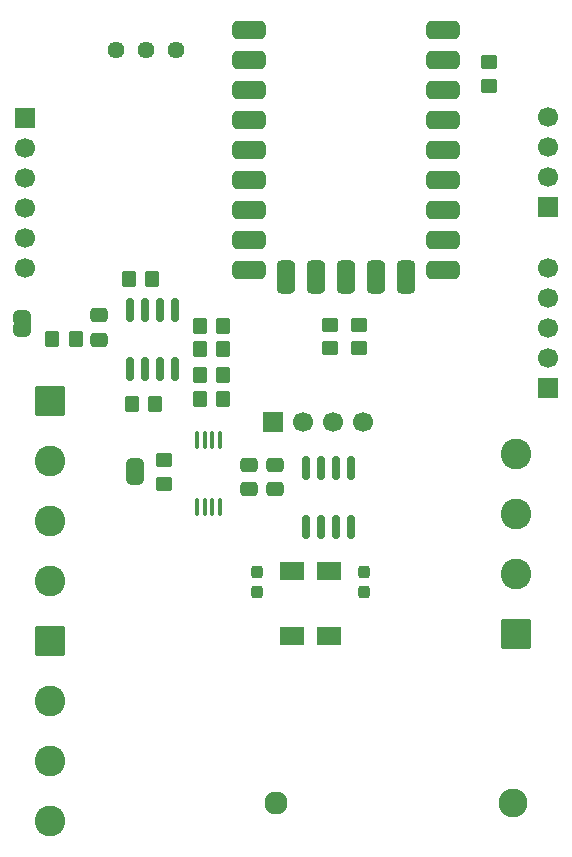
<source format=gts>
%TF.GenerationSoftware,KiCad,Pcbnew,9.0.2-rc1*%
%TF.CreationDate,2025-05-18T20:42:10-04:00*%
%TF.ProjectId,moonclock,6d6f6f6e-636c-46f6-936b-2e6b69636164,rev?*%
%TF.SameCoordinates,PX7088980PY3920060*%
%TF.FileFunction,Soldermask,Top*%
%TF.FilePolarity,Negative*%
%FSLAX46Y46*%
G04 Gerber Fmt 4.6, Leading zero omitted, Abs format (unit mm)*
G04 Created by KiCad (PCBNEW 9.0.2-rc1) date 2025-05-18 20:42:10*
%MOMM*%
%LPD*%
G01*
G04 APERTURE LIST*
G04 Aperture macros list*
%AMRoundRect*
0 Rectangle with rounded corners*
0 $1 Rounding radius*
0 $2 $3 $4 $5 $6 $7 $8 $9 X,Y pos of 4 corners*
0 Add a 4 corners polygon primitive as box body*
4,1,4,$2,$3,$4,$5,$6,$7,$8,$9,$2,$3,0*
0 Add four circle primitives for the rounded corners*
1,1,$1+$1,$2,$3*
1,1,$1+$1,$4,$5*
1,1,$1+$1,$6,$7*
1,1,$1+$1,$8,$9*
0 Add four rect primitives between the rounded corners*
20,1,$1+$1,$2,$3,$4,$5,0*
20,1,$1+$1,$4,$5,$6,$7,0*
20,1,$1+$1,$6,$7,$8,$9,0*
20,1,$1+$1,$8,$9,$2,$3,0*%
%AMFreePoly0*
4,1,23,0.500000,-0.750000,0.000000,-0.750000,0.000000,-0.745722,-0.065263,-0.745722,-0.191342,-0.711940,-0.304381,-0.646677,-0.396677,-0.554381,-0.461940,-0.441342,-0.495722,-0.315263,-0.495722,-0.250000,-0.500000,-0.250000,-0.500000,0.250000,-0.495722,0.250000,-0.495722,0.315263,-0.461940,0.441342,-0.396677,0.554381,-0.304381,0.646677,-0.191342,0.711940,-0.065263,0.745722,0.000000,0.745722,
0.000000,0.750000,0.500000,0.750000,0.500000,-0.750000,0.500000,-0.750000,$1*%
%AMFreePoly1*
4,1,23,0.000000,0.745722,0.065263,0.745722,0.191342,0.711940,0.304381,0.646677,0.396677,0.554381,0.461940,0.441342,0.495722,0.315263,0.495722,0.250000,0.500000,0.250000,0.500000,-0.250000,0.495722,-0.250000,0.495722,-0.315263,0.461940,-0.441342,0.396677,-0.554381,0.304381,-0.646677,0.191342,-0.711940,0.065263,-0.745722,0.000000,-0.745722,0.000000,-0.750000,-0.500000,-0.750000,
-0.500000,0.750000,0.000000,0.750000,0.000000,0.745722,0.000000,0.745722,$1*%
G04 Aperture macros list end*
%ADD10RoundRect,0.250000X0.350000X0.450000X-0.350000X0.450000X-0.350000X-0.450000X0.350000X-0.450000X0*%
%ADD11RoundRect,0.250000X-1.050000X1.050000X-1.050000X-1.050000X1.050000X-1.050000X1.050000X1.050000X0*%
%ADD12C,2.600000*%
%ADD13RoundRect,0.250000X1.050000X-1.050000X1.050000X1.050000X-1.050000X1.050000X-1.050000X-1.050000X0*%
%ADD14C,2.454000*%
%ADD15C,1.959000*%
%ADD16R,1.700000X1.700000*%
%ADD17C,1.700000*%
%ADD18C,1.440000*%
%ADD19RoundRect,0.250000X0.450000X-0.350000X0.450000X0.350000X-0.450000X0.350000X-0.450000X-0.350000X0*%
%ADD20RoundRect,0.150000X0.150000X-0.825000X0.150000X0.825000X-0.150000X0.825000X-0.150000X-0.825000X0*%
%ADD21RoundRect,0.250000X-0.475000X0.337500X-0.475000X-0.337500X0.475000X-0.337500X0.475000X0.337500X0*%
%ADD22RoundRect,0.237500X-0.237500X0.300000X-0.237500X-0.300000X0.237500X-0.300000X0.237500X0.300000X0*%
%ADD23FreePoly0,90.000000*%
%ADD24FreePoly1,90.000000*%
%ADD25RoundRect,0.250000X-0.450000X0.350000X-0.450000X-0.350000X0.450000X-0.350000X0.450000X0.350000X0*%
%ADD26RoundRect,0.100000X-0.100000X0.637500X-0.100000X-0.637500X0.100000X-0.637500X0.100000X0.637500X0*%
%ADD27RoundRect,0.250000X-0.350000X-0.450000X0.350000X-0.450000X0.350000X0.450000X-0.350000X0.450000X0*%
%ADD28RoundRect,0.102000X-0.950000X0.650000X-0.950000X-0.650000X0.950000X-0.650000X0.950000X0.650000X0*%
%ADD29RoundRect,0.400000X-1.000000X-0.400000X1.000000X-0.400000X1.000000X0.400000X-1.000000X0.400000X0*%
%ADD30RoundRect,0.400050X-0.999950X-0.400050X0.999950X-0.400050X0.999950X0.400050X-0.999950X0.400050X0*%
%ADD31RoundRect,0.400000X-0.400000X-1.000000X0.400000X-1.000000X0.400000X1.000000X-0.400000X1.000000X0*%
%ADD32RoundRect,0.393700X-0.393700X-1.006300X0.393700X-1.006300X0.393700X1.006300X-0.393700X1.006300X0*%
G04 APERTURE END LIST*
%TO.C,JP2*%
G36*
X11500000Y-39600000D02*
G01*
X13000000Y-39600000D01*
X13000000Y-39300000D01*
X11500000Y-39300000D01*
X11500000Y-39600000D01*
G37*
%TO.C,JP1*%
G36*
X2000000Y-27050000D02*
G01*
X3500000Y-27050000D01*
X3500000Y-26750000D01*
X2000000Y-26750000D01*
X2000000Y-27050000D01*
G37*
%TD*%
D10*
%TO.C,R8*%
X19750000Y-29100000D03*
X17750000Y-29100000D03*
%TD*%
D11*
%TO.C,J4*%
X5077500Y-33480000D03*
D12*
X5077500Y-38560000D03*
X5077500Y-43640000D03*
X5077500Y-48720000D03*
%TD*%
D13*
%TO.C,J5*%
X44500000Y-53180000D03*
D12*
X44500000Y-48100000D03*
X44500000Y-43020000D03*
X44500000Y-37940000D03*
%TD*%
D14*
%TO.C,BT1*%
X44250000Y-67475000D03*
D15*
X24250000Y-67475000D03*
%TD*%
D16*
%TO.C,J6*%
X23940000Y-35250000D03*
D17*
X26480000Y-35250000D03*
X29020000Y-35250000D03*
X31560000Y-35250000D03*
%TD*%
D18*
%TO.C,R1*%
X10710000Y-3755000D03*
X13250000Y-3755000D03*
X15790000Y-3755000D03*
%TD*%
D10*
%TO.C,R9*%
X19750000Y-33300000D03*
X17750000Y-33300000D03*
%TD*%
%TO.C,R2*%
X13750000Y-23150000D03*
X11750000Y-23150000D03*
%TD*%
D19*
%TO.C,R10*%
X14750000Y-40450000D03*
X14750000Y-38450000D03*
%TD*%
D20*
%TO.C,U4*%
X26730000Y-44100000D03*
X28000000Y-44100000D03*
X29270000Y-44100000D03*
X30540000Y-44100000D03*
X30540000Y-39150000D03*
X29270000Y-39150000D03*
X28000000Y-39150000D03*
X26730000Y-39150000D03*
%TD*%
D21*
%TO.C,C1*%
X9250000Y-26212500D03*
X9250000Y-28287500D03*
%TD*%
D22*
%TO.C,C3*%
X31635000Y-47900000D03*
X31635000Y-49625000D03*
%TD*%
D23*
%TO.C,JP2*%
X12250000Y-40100000D03*
D24*
X12250000Y-38800000D03*
%TD*%
D10*
%TO.C,R11*%
X14000000Y-33750000D03*
X12000000Y-33750000D03*
%TD*%
D25*
%TO.C,R5*%
X28750000Y-27000000D03*
X28750000Y-29000000D03*
%TD*%
D26*
%TO.C,U3*%
X19475000Y-36737500D03*
X18825000Y-36737500D03*
X18175000Y-36737500D03*
X17525000Y-36737500D03*
X17525000Y-42462500D03*
X18175000Y-42462500D03*
X18825000Y-42462500D03*
X19475000Y-42462500D03*
%TD*%
D16*
%TO.C,J7*%
X47250000Y-32330000D03*
D17*
X47250000Y-29790000D03*
X47250000Y-27250000D03*
X47250000Y-24710000D03*
X47250000Y-22170000D03*
%TD*%
D27*
%TO.C,R3*%
X17750000Y-27100000D03*
X19750000Y-27100000D03*
%TD*%
D20*
%TO.C,U2*%
X11845000Y-30725000D03*
X13115000Y-30725000D03*
X14385000Y-30725000D03*
X15655000Y-30725000D03*
X15655000Y-25775000D03*
X14385000Y-25775000D03*
X13115000Y-25775000D03*
X11845000Y-25775000D03*
%TD*%
D16*
%TO.C,J1*%
X3000000Y-9520000D03*
D17*
X3000000Y-12060000D03*
X3000000Y-14600000D03*
X3000000Y-17140000D03*
X3000000Y-19680000D03*
X3000000Y-22220000D03*
%TD*%
D22*
%TO.C,C2*%
X22635000Y-47900000D03*
X22635000Y-49625000D03*
%TD*%
D25*
%TO.C,R6*%
X31250000Y-27000000D03*
X31250000Y-29000000D03*
%TD*%
D23*
%TO.C,JP1*%
X2750000Y-27550000D03*
D24*
X2750000Y-26250000D03*
%TD*%
D11*
%TO.C,J3*%
X5077500Y-53800000D03*
D12*
X5077500Y-58880000D03*
X5077500Y-63960000D03*
X5077500Y-69040000D03*
%TD*%
D27*
%TO.C,R12*%
X17750000Y-31250000D03*
X19750000Y-31250000D03*
%TD*%
D21*
%TO.C,C4*%
X24100000Y-38862500D03*
X24100000Y-40937500D03*
%TD*%
%TO.C,C5*%
X21900000Y-38862500D03*
X21900000Y-40937500D03*
%TD*%
D19*
%TO.C,R7*%
X42250000Y-6750000D03*
X42250000Y-4750000D03*
%TD*%
D28*
%TO.C,Y1*%
X25535000Y-47875000D03*
X25535000Y-53375000D03*
X28735000Y-53375000D03*
X28735000Y-47875000D03*
%TD*%
D27*
%TO.C,R4*%
X5250000Y-28250000D03*
X7250000Y-28250000D03*
%TD*%
D16*
%TO.C,J2*%
X47250000Y-17060000D03*
D17*
X47250000Y-14520000D03*
X47250000Y-11980000D03*
X47250000Y-9440000D03*
%TD*%
D29*
%TO.C,U1*%
X38365000Y-2015000D03*
X38365000Y-4555000D03*
X38365000Y-7095000D03*
X38365000Y-9635000D03*
X38365000Y-12175000D03*
D30*
X38365000Y-14715000D03*
X38365000Y-17255000D03*
X38365000Y-19795000D03*
X38365000Y-22335000D03*
D31*
X35225000Y-22935000D03*
D32*
X32685000Y-22935000D03*
X30145000Y-22935000D03*
X27605000Y-22935000D03*
X25065000Y-22935000D03*
D30*
X21925000Y-22335000D03*
X21925000Y-19795000D03*
X21925000Y-17255000D03*
X21925000Y-14715000D03*
X21925000Y-12175000D03*
X21925000Y-9635000D03*
X21925000Y-7095000D03*
X21925000Y-4555000D03*
X21925000Y-2015000D03*
%TD*%
M02*

</source>
